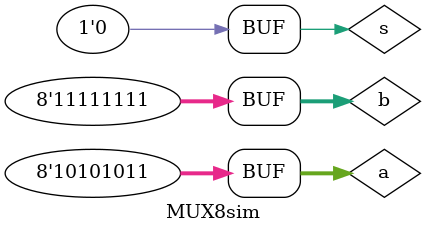
<source format=v>
`timescale 1ns / 1ps

module MUX8sim;
reg [7:0]a;
reg [7:0]b;
reg s;
wire [7:0]o;

MUX2T1_8 MUX2T1_8_U(
    .a(a),
    .b(b),
    .s(s),
    .o(o)
);

initial begin
    a = 8'hab;
    b = 8'hff;
    s = 1;
    #200;
    s = 0;
    #100;
end
endmodule

</source>
